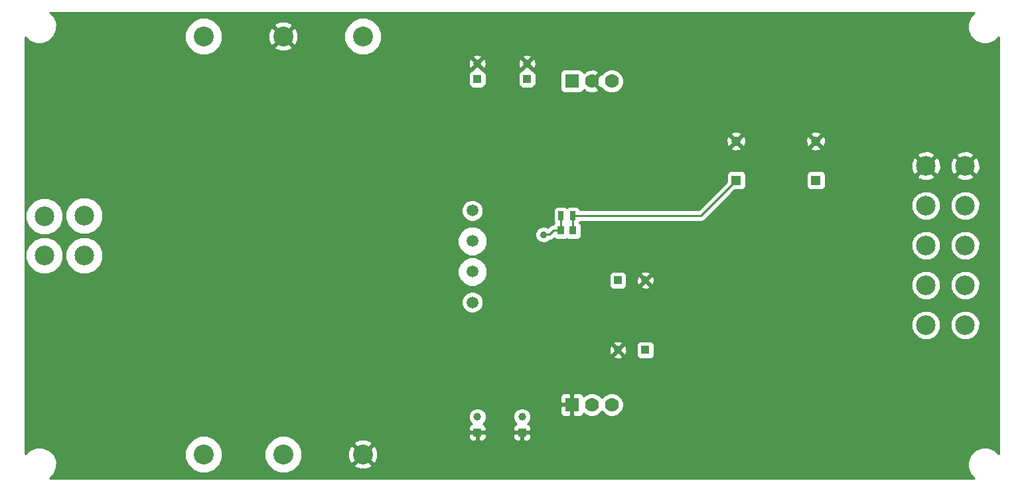
<source format=gbl>
G04 (created by PCBNEW (2013-07-07 BZR 4022)-stable) date 4/14/2014 10:19:51 AM*
%MOIN*%
G04 Gerber Fmt 3.4, Leading zero omitted, Abs format*
%FSLAX34Y34*%
G01*
G70*
G90*
G04 APERTURE LIST*
%ADD10C,0.00590551*%
%ADD11R,0.025X0.045*%
%ADD12C,0.0590551*%
%ADD13R,0.0354X0.0394*%
%ADD14R,0.0393701X0.0393701*%
%ADD15C,0.0393701*%
%ADD16R,0.0472441X0.0472441*%
%ADD17C,0.0472441*%
%ADD18C,0.0984252*%
%ADD19C,0.1*%
%ADD20C,0.07*%
%ADD21R,0.07X0.07*%
%ADD22C,0.035*%
%ADD23C,0.01*%
G04 APERTURE END LIST*
G54D10*
G54D11*
X89950Y-58250D03*
X90550Y-58250D03*
G54D12*
X85500Y-62606D03*
X85500Y-61070D03*
X85500Y-59535D03*
X85500Y-58000D03*
G54D13*
X89954Y-59000D03*
X90546Y-59000D03*
G54D14*
X92811Y-61500D03*
G54D15*
X94188Y-61500D03*
G54D14*
X94188Y-65000D03*
G54D15*
X92811Y-65000D03*
G54D14*
X88000Y-69143D03*
G54D15*
X88000Y-68356D03*
G54D14*
X85750Y-69143D03*
G54D15*
X85750Y-68356D03*
G54D14*
X88250Y-51393D03*
G54D15*
X88250Y-50606D03*
G54D14*
X85750Y-51393D03*
G54D15*
X85750Y-50606D03*
G54D16*
X98750Y-56484D03*
G54D17*
X98750Y-54515D03*
G54D16*
X102750Y-56484D03*
G54D17*
X102750Y-54515D03*
G54D18*
X110250Y-63750D03*
X110250Y-61750D03*
X110250Y-59750D03*
X110250Y-57750D03*
X110250Y-55750D03*
X108281Y-63750D03*
X108281Y-61750D03*
X108281Y-59750D03*
X108281Y-57750D03*
X108281Y-55750D03*
X64000Y-60250D03*
X64000Y-58281D03*
X66000Y-60250D03*
X66000Y-58250D03*
G54D19*
X76000Y-70250D03*
X72000Y-70250D03*
X80000Y-70250D03*
X72000Y-49250D03*
X76000Y-49250D03*
X80000Y-49250D03*
G54D20*
X91500Y-67750D03*
X92500Y-67750D03*
G54D21*
X90500Y-67750D03*
G54D20*
X91500Y-51500D03*
X92500Y-51500D03*
G54D21*
X90500Y-51500D03*
G54D22*
X87130Y-59950D03*
X89080Y-59210D03*
G54D23*
X87160Y-59920D02*
X87160Y-59750D01*
X87130Y-59950D02*
X87160Y-59920D01*
X89950Y-58250D02*
X89950Y-58996D01*
X89950Y-58996D02*
X89954Y-59000D01*
X89570Y-59000D02*
X89954Y-59000D01*
X89370Y-59200D02*
X89570Y-59000D01*
X89090Y-59200D02*
X89370Y-59200D01*
X89080Y-59210D02*
X89090Y-59200D01*
X90550Y-58250D02*
X96984Y-58250D01*
X96984Y-58250D02*
X98750Y-56484D01*
X90550Y-58250D02*
X90550Y-58996D01*
X90550Y-58996D02*
X90546Y-59000D01*
G54D10*
G36*
X111950Y-70212D02*
X111746Y-70008D01*
X111424Y-69875D01*
X111076Y-69874D01*
X110995Y-69908D01*
X110995Y-55877D01*
X110987Y-55582D01*
X110890Y-55346D01*
X110774Y-55295D01*
X110704Y-55366D01*
X110704Y-55225D01*
X110653Y-55109D01*
X110377Y-55004D01*
X110082Y-55012D01*
X109846Y-55109D01*
X109795Y-55225D01*
X110250Y-55679D01*
X110704Y-55225D01*
X110704Y-55366D01*
X110320Y-55750D01*
X110774Y-56204D01*
X110890Y-56153D01*
X110995Y-55877D01*
X110995Y-69908D01*
X110992Y-69909D01*
X110992Y-63603D01*
X110992Y-61603D01*
X110992Y-59603D01*
X110992Y-57603D01*
X110879Y-57330D01*
X110704Y-57154D01*
X110704Y-56274D01*
X110250Y-55820D01*
X110179Y-55891D01*
X110179Y-55750D01*
X109725Y-55295D01*
X109609Y-55346D01*
X109504Y-55622D01*
X109512Y-55917D01*
X109609Y-56153D01*
X109725Y-56204D01*
X110179Y-55750D01*
X110179Y-55891D01*
X109795Y-56274D01*
X109846Y-56390D01*
X110122Y-56495D01*
X110417Y-56487D01*
X110653Y-56390D01*
X110704Y-56274D01*
X110704Y-57154D01*
X110670Y-57121D01*
X110398Y-57008D01*
X110103Y-57007D01*
X109830Y-57120D01*
X109621Y-57329D01*
X109508Y-57601D01*
X109507Y-57896D01*
X109620Y-58169D01*
X109829Y-58378D01*
X110101Y-58491D01*
X110396Y-58492D01*
X110669Y-58379D01*
X110878Y-58170D01*
X110991Y-57898D01*
X110992Y-57603D01*
X110992Y-59603D01*
X110879Y-59330D01*
X110670Y-59121D01*
X110398Y-59008D01*
X110103Y-59007D01*
X109830Y-59120D01*
X109621Y-59329D01*
X109508Y-59601D01*
X109507Y-59896D01*
X109620Y-60169D01*
X109829Y-60378D01*
X110101Y-60491D01*
X110396Y-60492D01*
X110669Y-60379D01*
X110878Y-60170D01*
X110991Y-59898D01*
X110992Y-59603D01*
X110992Y-61603D01*
X110879Y-61330D01*
X110670Y-61121D01*
X110398Y-61008D01*
X110103Y-61007D01*
X109830Y-61120D01*
X109621Y-61329D01*
X109508Y-61601D01*
X109507Y-61896D01*
X109620Y-62169D01*
X109829Y-62378D01*
X110101Y-62491D01*
X110396Y-62492D01*
X110669Y-62379D01*
X110878Y-62170D01*
X110991Y-61898D01*
X110992Y-61603D01*
X110992Y-63603D01*
X110879Y-63330D01*
X110670Y-63121D01*
X110398Y-63008D01*
X110103Y-63007D01*
X109830Y-63120D01*
X109621Y-63329D01*
X109508Y-63601D01*
X109507Y-63896D01*
X109620Y-64169D01*
X109829Y-64378D01*
X110101Y-64491D01*
X110396Y-64492D01*
X110669Y-64379D01*
X110878Y-64170D01*
X110991Y-63898D01*
X110992Y-63603D01*
X110992Y-69909D01*
X110755Y-70007D01*
X110508Y-70253D01*
X110375Y-70575D01*
X110374Y-70923D01*
X110507Y-71245D01*
X110712Y-71450D01*
X109027Y-71450D01*
X109027Y-55877D01*
X109019Y-55582D01*
X108921Y-55346D01*
X108806Y-55295D01*
X108735Y-55366D01*
X108735Y-55225D01*
X108684Y-55109D01*
X108409Y-55004D01*
X108114Y-55012D01*
X107878Y-55109D01*
X107827Y-55225D01*
X108281Y-55679D01*
X108735Y-55225D01*
X108735Y-55366D01*
X108352Y-55750D01*
X108806Y-56204D01*
X108921Y-56153D01*
X109027Y-55877D01*
X109027Y-71450D01*
X109023Y-71450D01*
X109023Y-63603D01*
X109023Y-61603D01*
X109023Y-59603D01*
X109023Y-57603D01*
X108911Y-57330D01*
X108735Y-57154D01*
X108735Y-56274D01*
X108281Y-55820D01*
X108210Y-55891D01*
X108210Y-55750D01*
X107756Y-55295D01*
X107641Y-55346D01*
X107535Y-55622D01*
X107543Y-55917D01*
X107641Y-56153D01*
X107756Y-56204D01*
X108210Y-55750D01*
X108210Y-55891D01*
X107827Y-56274D01*
X107878Y-56390D01*
X108153Y-56495D01*
X108448Y-56487D01*
X108684Y-56390D01*
X108735Y-56274D01*
X108735Y-57154D01*
X108702Y-57121D01*
X108429Y-57008D01*
X108134Y-57007D01*
X107861Y-57120D01*
X107652Y-57329D01*
X107539Y-57601D01*
X107539Y-57896D01*
X107651Y-58169D01*
X107860Y-58378D01*
X108133Y-58491D01*
X108428Y-58492D01*
X108701Y-58379D01*
X108910Y-58170D01*
X109023Y-57898D01*
X109023Y-57603D01*
X109023Y-59603D01*
X108911Y-59330D01*
X108702Y-59121D01*
X108429Y-59008D01*
X108134Y-59007D01*
X107861Y-59120D01*
X107652Y-59329D01*
X107539Y-59601D01*
X107539Y-59896D01*
X107651Y-60169D01*
X107860Y-60378D01*
X108133Y-60491D01*
X108428Y-60492D01*
X108701Y-60379D01*
X108910Y-60170D01*
X109023Y-59898D01*
X109023Y-59603D01*
X109023Y-61603D01*
X108911Y-61330D01*
X108702Y-61121D01*
X108429Y-61008D01*
X108134Y-61007D01*
X107861Y-61120D01*
X107652Y-61329D01*
X107539Y-61601D01*
X107539Y-61896D01*
X107651Y-62169D01*
X107860Y-62378D01*
X108133Y-62491D01*
X108428Y-62492D01*
X108701Y-62379D01*
X108910Y-62170D01*
X109023Y-61898D01*
X109023Y-61603D01*
X109023Y-63603D01*
X108911Y-63330D01*
X108702Y-63121D01*
X108429Y-63008D01*
X108134Y-63007D01*
X107861Y-63120D01*
X107652Y-63329D01*
X107539Y-63601D01*
X107539Y-63896D01*
X107651Y-64169D01*
X107860Y-64378D01*
X108133Y-64491D01*
X108428Y-64492D01*
X108701Y-64379D01*
X108910Y-64170D01*
X109023Y-63898D01*
X109023Y-63603D01*
X109023Y-71450D01*
X103241Y-71450D01*
X103241Y-54582D01*
X103229Y-54389D01*
X103178Y-54266D01*
X103089Y-54246D01*
X103018Y-54317D01*
X103018Y-54176D01*
X102999Y-54087D01*
X102816Y-54024D01*
X102623Y-54036D01*
X102500Y-54087D01*
X102481Y-54176D01*
X102750Y-54445D01*
X103018Y-54176D01*
X103018Y-54317D01*
X102820Y-54515D01*
X103089Y-54784D01*
X103178Y-54765D01*
X103241Y-54582D01*
X103241Y-71450D01*
X103236Y-71450D01*
X103236Y-56670D01*
X103236Y-56198D01*
X103198Y-56106D01*
X103128Y-56036D01*
X103036Y-55998D01*
X103018Y-55998D01*
X103018Y-54855D01*
X102750Y-54586D01*
X102679Y-54657D01*
X102679Y-54515D01*
X102410Y-54246D01*
X102321Y-54266D01*
X102258Y-54449D01*
X102270Y-54642D01*
X102321Y-54765D01*
X102410Y-54784D01*
X102679Y-54515D01*
X102679Y-54657D01*
X102481Y-54855D01*
X102500Y-54944D01*
X102683Y-55007D01*
X102876Y-54995D01*
X102999Y-54944D01*
X103018Y-54855D01*
X103018Y-55998D01*
X102936Y-55997D01*
X102464Y-55997D01*
X102372Y-56035D01*
X102301Y-56106D01*
X102263Y-56198D01*
X102263Y-56297D01*
X102263Y-56769D01*
X102301Y-56861D01*
X102371Y-56932D01*
X102463Y-56970D01*
X102563Y-56970D01*
X103035Y-56970D01*
X103127Y-56932D01*
X103198Y-56862D01*
X103236Y-56770D01*
X103236Y-56670D01*
X103236Y-71450D01*
X99241Y-71450D01*
X99241Y-54582D01*
X99229Y-54389D01*
X99178Y-54266D01*
X99089Y-54246D01*
X99018Y-54317D01*
X99018Y-54176D01*
X98999Y-54087D01*
X98816Y-54024D01*
X98623Y-54036D01*
X98500Y-54087D01*
X98481Y-54176D01*
X98750Y-54445D01*
X99018Y-54176D01*
X99018Y-54317D01*
X98820Y-54515D01*
X99089Y-54784D01*
X99178Y-54765D01*
X99241Y-54582D01*
X99241Y-71450D01*
X99236Y-71450D01*
X99236Y-56670D01*
X99236Y-56198D01*
X99198Y-56106D01*
X99128Y-56036D01*
X99036Y-55998D01*
X99018Y-55998D01*
X99018Y-54855D01*
X98750Y-54586D01*
X98679Y-54657D01*
X98679Y-54515D01*
X98410Y-54246D01*
X98321Y-54266D01*
X98258Y-54449D01*
X98270Y-54642D01*
X98321Y-54765D01*
X98410Y-54784D01*
X98679Y-54515D01*
X98679Y-54657D01*
X98481Y-54855D01*
X98500Y-54944D01*
X98683Y-55007D01*
X98876Y-54995D01*
X98999Y-54944D01*
X99018Y-54855D01*
X99018Y-55998D01*
X98936Y-55997D01*
X98464Y-55997D01*
X98372Y-56035D01*
X98301Y-56106D01*
X98263Y-56198D01*
X98263Y-56297D01*
X98263Y-56546D01*
X96859Y-57950D01*
X93100Y-57950D01*
X93100Y-51381D01*
X93008Y-51160D01*
X92840Y-50991D01*
X92619Y-50900D01*
X92381Y-50899D01*
X92160Y-50991D01*
X91991Y-51159D01*
X91987Y-51170D01*
X91922Y-51148D01*
X91851Y-51219D01*
X91570Y-51500D01*
X91922Y-51851D01*
X91987Y-51829D01*
X91991Y-51839D01*
X92159Y-52008D01*
X92380Y-52099D01*
X92618Y-52100D01*
X92839Y-52008D01*
X93008Y-51840D01*
X93099Y-51619D01*
X93100Y-51381D01*
X93100Y-57950D01*
X91851Y-57950D01*
X91851Y-51922D01*
X91500Y-51570D01*
X91494Y-51576D01*
X91429Y-51511D01*
X91423Y-51505D01*
X91429Y-51500D01*
X91423Y-51494D01*
X91494Y-51423D01*
X91500Y-51429D01*
X91851Y-51077D01*
X91817Y-50977D01*
X91593Y-50895D01*
X91355Y-50905D01*
X91182Y-50977D01*
X91148Y-51077D01*
X91103Y-51032D01*
X91081Y-51054D01*
X91062Y-51008D01*
X90991Y-50938D01*
X90899Y-50900D01*
X90800Y-50899D01*
X90100Y-50899D01*
X90008Y-50937D01*
X89938Y-51008D01*
X89900Y-51100D01*
X89899Y-51199D01*
X89899Y-51899D01*
X89937Y-51991D01*
X90008Y-52061D01*
X90100Y-52099D01*
X90199Y-52100D01*
X90899Y-52100D01*
X90991Y-52062D01*
X91061Y-51991D01*
X91081Y-51945D01*
X91103Y-51967D01*
X91148Y-51922D01*
X91182Y-52022D01*
X91406Y-52104D01*
X91644Y-52094D01*
X91817Y-52022D01*
X91851Y-51922D01*
X91851Y-57950D01*
X90914Y-57950D01*
X90887Y-57883D01*
X90816Y-57813D01*
X90724Y-57775D01*
X90625Y-57774D01*
X90375Y-57774D01*
X90283Y-57812D01*
X90250Y-57846D01*
X90216Y-57813D01*
X90124Y-57775D01*
X90025Y-57774D01*
X89775Y-57774D01*
X89683Y-57812D01*
X89613Y-57883D01*
X89575Y-57975D01*
X89574Y-58074D01*
X89574Y-58524D01*
X89612Y-58614D01*
X89565Y-58661D01*
X89547Y-58704D01*
X89547Y-58704D01*
X89455Y-58722D01*
X89357Y-58787D01*
X89303Y-58842D01*
X89164Y-58785D01*
X88995Y-58784D01*
X88839Y-58849D01*
X88719Y-58968D01*
X88702Y-59012D01*
X88702Y-50663D01*
X88689Y-50486D01*
X88645Y-50380D01*
X88561Y-50365D01*
X88490Y-50436D01*
X88490Y-50295D01*
X88475Y-50210D01*
X88307Y-50154D01*
X88129Y-50166D01*
X88024Y-50210D01*
X88009Y-50295D01*
X88250Y-50535D01*
X88490Y-50295D01*
X88490Y-50436D01*
X88320Y-50606D01*
X88561Y-50846D01*
X88645Y-50832D01*
X88702Y-50663D01*
X88702Y-59012D01*
X88696Y-59024D01*
X88696Y-51541D01*
X88696Y-51147D01*
X88658Y-51055D01*
X88588Y-50985D01*
X88496Y-50946D01*
X88485Y-50946D01*
X88490Y-50917D01*
X88250Y-50677D01*
X88179Y-50747D01*
X88179Y-50606D01*
X87938Y-50365D01*
X87854Y-50380D01*
X87797Y-50549D01*
X87810Y-50726D01*
X87854Y-50832D01*
X87938Y-50846D01*
X88179Y-50606D01*
X88179Y-50747D01*
X88009Y-50917D01*
X88014Y-50946D01*
X88003Y-50946D01*
X87911Y-50984D01*
X87841Y-51055D01*
X87803Y-51146D01*
X87803Y-51246D01*
X87803Y-51640D01*
X87841Y-51731D01*
X87911Y-51802D01*
X88003Y-51840D01*
X88102Y-51840D01*
X88496Y-51840D01*
X88588Y-51802D01*
X88658Y-51732D01*
X88696Y-51640D01*
X88696Y-51541D01*
X88696Y-59024D01*
X88655Y-59125D01*
X88654Y-59294D01*
X88719Y-59450D01*
X88838Y-59570D01*
X88995Y-59634D01*
X89164Y-59635D01*
X89320Y-59570D01*
X89396Y-59494D01*
X89484Y-59477D01*
X89484Y-59477D01*
X89582Y-59412D01*
X89610Y-59383D01*
X89635Y-59408D01*
X89727Y-59446D01*
X89826Y-59447D01*
X90180Y-59447D01*
X90250Y-59418D01*
X90319Y-59446D01*
X90418Y-59447D01*
X90772Y-59447D01*
X90864Y-59409D01*
X90934Y-59338D01*
X90972Y-59246D01*
X90973Y-59147D01*
X90973Y-58753D01*
X90935Y-58661D01*
X90887Y-58614D01*
X90914Y-58550D01*
X96984Y-58550D01*
X96984Y-58549D01*
X97099Y-58527D01*
X97099Y-58527D01*
X97196Y-58462D01*
X98688Y-56970D01*
X99035Y-56970D01*
X99127Y-56932D01*
X99198Y-56862D01*
X99236Y-56770D01*
X99236Y-56670D01*
X99236Y-71450D01*
X94640Y-71450D01*
X94640Y-61557D01*
X94628Y-61379D01*
X94584Y-61274D01*
X94500Y-61259D01*
X94429Y-61330D01*
X94429Y-61188D01*
X94414Y-61104D01*
X94246Y-61047D01*
X94068Y-61060D01*
X93963Y-61104D01*
X93948Y-61188D01*
X94188Y-61429D01*
X94429Y-61188D01*
X94429Y-61330D01*
X94259Y-61500D01*
X94500Y-61740D01*
X94584Y-61725D01*
X94640Y-61557D01*
X94640Y-71450D01*
X94635Y-71450D01*
X94635Y-65147D01*
X94635Y-64753D01*
X94597Y-64661D01*
X94527Y-64591D01*
X94435Y-64553D01*
X94429Y-64553D01*
X94429Y-61811D01*
X94188Y-61570D01*
X94118Y-61641D01*
X94118Y-61500D01*
X93877Y-61259D01*
X93793Y-61274D01*
X93736Y-61442D01*
X93749Y-61620D01*
X93793Y-61725D01*
X93877Y-61740D01*
X94118Y-61500D01*
X94118Y-61641D01*
X93948Y-61811D01*
X93963Y-61895D01*
X94131Y-61952D01*
X94309Y-61939D01*
X94414Y-61895D01*
X94429Y-61811D01*
X94429Y-64553D01*
X94336Y-64553D01*
X93942Y-64553D01*
X93850Y-64591D01*
X93780Y-64661D01*
X93742Y-64753D01*
X93742Y-64852D01*
X93742Y-65246D01*
X93780Y-65338D01*
X93850Y-65408D01*
X93942Y-65446D01*
X94041Y-65446D01*
X94435Y-65446D01*
X94527Y-65408D01*
X94597Y-65338D01*
X94635Y-65246D01*
X94635Y-65147D01*
X94635Y-71450D01*
X93263Y-71450D01*
X93263Y-65057D01*
X93257Y-64984D01*
X93257Y-61647D01*
X93257Y-61253D01*
X93219Y-61161D01*
X93149Y-61091D01*
X93057Y-61053D01*
X92958Y-61053D01*
X92564Y-61053D01*
X92472Y-61091D01*
X92402Y-61161D01*
X92364Y-61253D01*
X92364Y-61352D01*
X92364Y-61746D01*
X92402Y-61838D01*
X92472Y-61908D01*
X92564Y-61946D01*
X92663Y-61946D01*
X93057Y-61946D01*
X93149Y-61908D01*
X93219Y-61838D01*
X93257Y-61746D01*
X93257Y-61647D01*
X93257Y-64984D01*
X93250Y-64879D01*
X93206Y-64774D01*
X93122Y-64759D01*
X93051Y-64830D01*
X93051Y-64688D01*
X93036Y-64604D01*
X92868Y-64547D01*
X92690Y-64560D01*
X92585Y-64604D01*
X92570Y-64688D01*
X92811Y-64929D01*
X93051Y-64688D01*
X93051Y-64830D01*
X92881Y-65000D01*
X93122Y-65240D01*
X93206Y-65225D01*
X93263Y-65057D01*
X93263Y-71450D01*
X93100Y-71450D01*
X93100Y-67631D01*
X93051Y-67513D01*
X93051Y-65311D01*
X92811Y-65070D01*
X92740Y-65141D01*
X92740Y-65000D01*
X92499Y-64759D01*
X92415Y-64774D01*
X92359Y-64942D01*
X92371Y-65120D01*
X92415Y-65225D01*
X92499Y-65240D01*
X92740Y-65000D01*
X92740Y-65141D01*
X92570Y-65311D01*
X92585Y-65395D01*
X92753Y-65452D01*
X92931Y-65439D01*
X93036Y-65395D01*
X93051Y-65311D01*
X93051Y-67513D01*
X93008Y-67410D01*
X92840Y-67241D01*
X92619Y-67150D01*
X92381Y-67149D01*
X92160Y-67241D01*
X91999Y-67401D01*
X91840Y-67241D01*
X91619Y-67150D01*
X91381Y-67149D01*
X91160Y-67241D01*
X91085Y-67315D01*
X91062Y-67258D01*
X90991Y-67188D01*
X90899Y-67150D01*
X90800Y-67149D01*
X90612Y-67150D01*
X90550Y-67212D01*
X90550Y-67700D01*
X90557Y-67700D01*
X90557Y-67800D01*
X90550Y-67800D01*
X90550Y-68287D01*
X90612Y-68350D01*
X90800Y-68350D01*
X90899Y-68349D01*
X90991Y-68311D01*
X91062Y-68241D01*
X91085Y-68184D01*
X91159Y-68258D01*
X91380Y-68349D01*
X91618Y-68350D01*
X91839Y-68258D01*
X92000Y-68098D01*
X92159Y-68258D01*
X92380Y-68349D01*
X92618Y-68350D01*
X92839Y-68258D01*
X93008Y-68090D01*
X93099Y-67869D01*
X93100Y-67631D01*
X93100Y-71450D01*
X90450Y-71450D01*
X90450Y-68287D01*
X90450Y-67800D01*
X90450Y-67700D01*
X90450Y-67212D01*
X90387Y-67150D01*
X90199Y-67149D01*
X90100Y-67150D01*
X90008Y-67188D01*
X89937Y-67258D01*
X89899Y-67350D01*
X89900Y-67637D01*
X89962Y-67700D01*
X90450Y-67700D01*
X90450Y-67800D01*
X89962Y-67800D01*
X89900Y-67862D01*
X89899Y-68149D01*
X89937Y-68241D01*
X90008Y-68311D01*
X90100Y-68349D01*
X90199Y-68350D01*
X90387Y-68350D01*
X90450Y-68287D01*
X90450Y-71450D01*
X88446Y-71450D01*
X88446Y-68267D01*
X88379Y-68103D01*
X88253Y-67977D01*
X88089Y-67909D01*
X87911Y-67909D01*
X87747Y-67977D01*
X87621Y-68102D01*
X87553Y-68267D01*
X87553Y-68444D01*
X87620Y-68609D01*
X87721Y-68709D01*
X87661Y-68735D01*
X87591Y-68805D01*
X87553Y-68897D01*
X87553Y-69031D01*
X87615Y-69093D01*
X87950Y-69093D01*
X87950Y-69085D01*
X88050Y-69085D01*
X88050Y-69093D01*
X88384Y-69093D01*
X88446Y-69031D01*
X88446Y-68897D01*
X88408Y-68805D01*
X88338Y-68735D01*
X88278Y-68709D01*
X88378Y-68609D01*
X88446Y-68445D01*
X88446Y-68267D01*
X88446Y-71450D01*
X88446Y-71450D01*
X88446Y-69390D01*
X88446Y-69256D01*
X88384Y-69193D01*
X88050Y-69193D01*
X88050Y-69528D01*
X88112Y-69590D01*
X88147Y-69590D01*
X88246Y-69590D01*
X88338Y-69552D01*
X88408Y-69481D01*
X88446Y-69390D01*
X88446Y-71450D01*
X87950Y-71450D01*
X87950Y-69528D01*
X87950Y-69193D01*
X87615Y-69193D01*
X87553Y-69256D01*
X87553Y-69390D01*
X87591Y-69481D01*
X87661Y-69552D01*
X87753Y-69590D01*
X87852Y-69590D01*
X87887Y-69590D01*
X87950Y-69528D01*
X87950Y-71450D01*
X86245Y-71450D01*
X86245Y-60923D01*
X86245Y-59387D01*
X86202Y-59282D01*
X86202Y-50663D01*
X86189Y-50486D01*
X86145Y-50380D01*
X86061Y-50365D01*
X85990Y-50436D01*
X85990Y-50295D01*
X85975Y-50210D01*
X85807Y-50154D01*
X85629Y-50166D01*
X85524Y-50210D01*
X85509Y-50295D01*
X85750Y-50535D01*
X85990Y-50295D01*
X85990Y-50436D01*
X85820Y-50606D01*
X86061Y-50846D01*
X86145Y-50832D01*
X86202Y-50663D01*
X86202Y-59282D01*
X86196Y-59270D01*
X86196Y-51541D01*
X86196Y-51147D01*
X86158Y-51055D01*
X86088Y-50985D01*
X85996Y-50946D01*
X85985Y-50946D01*
X85990Y-50917D01*
X85750Y-50677D01*
X85679Y-50747D01*
X85679Y-50606D01*
X85438Y-50365D01*
X85354Y-50380D01*
X85297Y-50549D01*
X85310Y-50726D01*
X85354Y-50832D01*
X85438Y-50846D01*
X85679Y-50606D01*
X85679Y-50747D01*
X85509Y-50917D01*
X85514Y-50946D01*
X85503Y-50946D01*
X85411Y-50984D01*
X85341Y-51055D01*
X85303Y-51146D01*
X85303Y-51246D01*
X85303Y-51640D01*
X85341Y-51731D01*
X85411Y-51802D01*
X85503Y-51840D01*
X85602Y-51840D01*
X85996Y-51840D01*
X86088Y-51802D01*
X86158Y-51732D01*
X86196Y-51640D01*
X86196Y-51541D01*
X86196Y-59270D01*
X86132Y-59113D01*
X86045Y-59026D01*
X86045Y-57892D01*
X85962Y-57691D01*
X85809Y-57538D01*
X85608Y-57454D01*
X85392Y-57454D01*
X85191Y-57537D01*
X85038Y-57690D01*
X84954Y-57891D01*
X84954Y-58107D01*
X85037Y-58308D01*
X85190Y-58461D01*
X85391Y-58545D01*
X85607Y-58545D01*
X85808Y-58462D01*
X85961Y-58309D01*
X86045Y-58108D01*
X86045Y-57892D01*
X86045Y-59026D01*
X85922Y-58903D01*
X85648Y-58790D01*
X85352Y-58790D01*
X85078Y-58903D01*
X84868Y-59112D01*
X84754Y-59386D01*
X84754Y-59683D01*
X84867Y-59957D01*
X85077Y-60166D01*
X85351Y-60280D01*
X85647Y-60280D01*
X85921Y-60167D01*
X86131Y-59958D01*
X86245Y-59684D01*
X86245Y-59387D01*
X86245Y-60923D01*
X86132Y-60649D01*
X85922Y-60439D01*
X85648Y-60325D01*
X85352Y-60325D01*
X85078Y-60438D01*
X84868Y-60648D01*
X84754Y-60921D01*
X84754Y-61218D01*
X84867Y-61492D01*
X85077Y-61702D01*
X85351Y-61816D01*
X85647Y-61816D01*
X85921Y-61703D01*
X86131Y-61493D01*
X86245Y-61219D01*
X86245Y-60923D01*
X86245Y-71450D01*
X86196Y-71450D01*
X86196Y-68267D01*
X86129Y-68103D01*
X86045Y-68019D01*
X86045Y-62498D01*
X85962Y-62297D01*
X85809Y-62144D01*
X85608Y-62061D01*
X85392Y-62060D01*
X85191Y-62143D01*
X85038Y-62297D01*
X84954Y-62497D01*
X84954Y-62714D01*
X85037Y-62914D01*
X85190Y-63068D01*
X85391Y-63151D01*
X85607Y-63151D01*
X85808Y-63068D01*
X85961Y-62915D01*
X86045Y-62715D01*
X86045Y-62498D01*
X86045Y-68019D01*
X86003Y-67977D01*
X85839Y-67909D01*
X85661Y-67909D01*
X85497Y-67977D01*
X85371Y-68102D01*
X85303Y-68267D01*
X85303Y-68444D01*
X85370Y-68609D01*
X85471Y-68709D01*
X85411Y-68735D01*
X85341Y-68805D01*
X85303Y-68897D01*
X85303Y-69031D01*
X85365Y-69093D01*
X85700Y-69093D01*
X85700Y-69085D01*
X85800Y-69085D01*
X85800Y-69093D01*
X86134Y-69093D01*
X86196Y-69031D01*
X86196Y-68897D01*
X86158Y-68805D01*
X86088Y-68735D01*
X86028Y-68709D01*
X86128Y-68609D01*
X86196Y-68445D01*
X86196Y-68267D01*
X86196Y-71450D01*
X86196Y-71450D01*
X86196Y-69390D01*
X86196Y-69256D01*
X86134Y-69193D01*
X85800Y-69193D01*
X85800Y-69528D01*
X85862Y-69590D01*
X85897Y-69590D01*
X85996Y-69590D01*
X86088Y-69552D01*
X86158Y-69481D01*
X86196Y-69390D01*
X86196Y-71450D01*
X85700Y-71450D01*
X85700Y-69528D01*
X85700Y-69193D01*
X85365Y-69193D01*
X85303Y-69256D01*
X85303Y-69390D01*
X85341Y-69481D01*
X85411Y-69552D01*
X85503Y-69590D01*
X85602Y-69590D01*
X85637Y-69590D01*
X85700Y-69528D01*
X85700Y-71450D01*
X80950Y-71450D01*
X80950Y-49061D01*
X80805Y-48712D01*
X80538Y-48445D01*
X80189Y-48300D01*
X79811Y-48299D01*
X79462Y-48444D01*
X79195Y-48711D01*
X79050Y-49060D01*
X79049Y-49438D01*
X79194Y-49787D01*
X79461Y-50054D01*
X79810Y-50199D01*
X80188Y-50200D01*
X80537Y-50055D01*
X80804Y-49788D01*
X80949Y-49439D01*
X80950Y-49061D01*
X80950Y-71450D01*
X80753Y-71450D01*
X80753Y-70379D01*
X80745Y-70081D01*
X80646Y-69841D01*
X80530Y-69790D01*
X80459Y-69860D01*
X80459Y-69719D01*
X80408Y-69603D01*
X80129Y-69496D01*
X79831Y-69504D01*
X79591Y-69603D01*
X79540Y-69719D01*
X80000Y-70179D01*
X80459Y-69719D01*
X80459Y-69860D01*
X80070Y-70250D01*
X80530Y-70709D01*
X80646Y-70658D01*
X80753Y-70379D01*
X80753Y-71450D01*
X80459Y-71450D01*
X80459Y-70780D01*
X80000Y-70320D01*
X79929Y-70391D01*
X79929Y-70250D01*
X79469Y-69790D01*
X79353Y-69841D01*
X79246Y-70120D01*
X79254Y-70418D01*
X79353Y-70658D01*
X79469Y-70709D01*
X79929Y-70250D01*
X79929Y-70391D01*
X79540Y-70780D01*
X79591Y-70896D01*
X79870Y-71003D01*
X80168Y-70995D01*
X80408Y-70896D01*
X80459Y-70780D01*
X80459Y-71450D01*
X76950Y-71450D01*
X76950Y-70061D01*
X76805Y-69712D01*
X76753Y-69660D01*
X76753Y-49379D01*
X76745Y-49081D01*
X76646Y-48841D01*
X76530Y-48790D01*
X76459Y-48860D01*
X76459Y-48719D01*
X76408Y-48603D01*
X76129Y-48496D01*
X75831Y-48504D01*
X75591Y-48603D01*
X75540Y-48719D01*
X76000Y-49179D01*
X76459Y-48719D01*
X76459Y-48860D01*
X76070Y-49250D01*
X76530Y-49709D01*
X76646Y-49658D01*
X76753Y-49379D01*
X76753Y-69660D01*
X76538Y-69445D01*
X76459Y-69412D01*
X76459Y-49780D01*
X76000Y-49320D01*
X75929Y-49391D01*
X75929Y-49250D01*
X75469Y-48790D01*
X75353Y-48841D01*
X75246Y-49120D01*
X75254Y-49418D01*
X75353Y-49658D01*
X75469Y-49709D01*
X75929Y-49250D01*
X75929Y-49391D01*
X75540Y-49780D01*
X75591Y-49896D01*
X75870Y-50003D01*
X76168Y-49995D01*
X76408Y-49896D01*
X76459Y-49780D01*
X76459Y-69412D01*
X76189Y-69300D01*
X75811Y-69299D01*
X75462Y-69444D01*
X75195Y-69711D01*
X75050Y-70060D01*
X75049Y-70438D01*
X75194Y-70787D01*
X75461Y-71054D01*
X75810Y-71199D01*
X76188Y-71200D01*
X76537Y-71055D01*
X76804Y-70788D01*
X76949Y-70439D01*
X76950Y-70061D01*
X76950Y-71450D01*
X72950Y-71450D01*
X72950Y-70061D01*
X72950Y-49061D01*
X72805Y-48712D01*
X72538Y-48445D01*
X72189Y-48300D01*
X71811Y-48299D01*
X71462Y-48444D01*
X71195Y-48711D01*
X71050Y-49060D01*
X71049Y-49438D01*
X71194Y-49787D01*
X71461Y-50054D01*
X71810Y-50199D01*
X72188Y-50200D01*
X72537Y-50055D01*
X72804Y-49788D01*
X72949Y-49439D01*
X72950Y-49061D01*
X72950Y-70061D01*
X72805Y-69712D01*
X72538Y-69445D01*
X72189Y-69300D01*
X71811Y-69299D01*
X71462Y-69444D01*
X71195Y-69711D01*
X71050Y-70060D01*
X71049Y-70438D01*
X71194Y-70787D01*
X71461Y-71054D01*
X71810Y-71199D01*
X72188Y-71200D01*
X72537Y-71055D01*
X72804Y-70788D01*
X72949Y-70439D01*
X72950Y-70061D01*
X72950Y-71450D01*
X66942Y-71450D01*
X66942Y-60063D01*
X66942Y-58063D01*
X66799Y-57717D01*
X66534Y-57451D01*
X66188Y-57308D01*
X65813Y-57307D01*
X65467Y-57450D01*
X65201Y-57715D01*
X65058Y-58061D01*
X65057Y-58436D01*
X65200Y-58782D01*
X65465Y-59048D01*
X65811Y-59191D01*
X66186Y-59192D01*
X66532Y-59049D01*
X66798Y-58784D01*
X66941Y-58438D01*
X66942Y-58063D01*
X66942Y-60063D01*
X66799Y-59717D01*
X66534Y-59451D01*
X66188Y-59308D01*
X65813Y-59307D01*
X65467Y-59450D01*
X65201Y-59715D01*
X65058Y-60061D01*
X65057Y-60436D01*
X65200Y-60782D01*
X65465Y-61048D01*
X65811Y-61191D01*
X66186Y-61192D01*
X66532Y-61049D01*
X66798Y-60784D01*
X66941Y-60438D01*
X66942Y-60063D01*
X66942Y-71450D01*
X64942Y-71450D01*
X64942Y-60063D01*
X64942Y-58094D01*
X64799Y-57748D01*
X64534Y-57483D01*
X64188Y-57339D01*
X63813Y-57339D01*
X63467Y-57482D01*
X63201Y-57747D01*
X63058Y-58093D01*
X63057Y-58468D01*
X63200Y-58814D01*
X63465Y-59079D01*
X63811Y-59223D01*
X64186Y-59223D01*
X64532Y-59080D01*
X64798Y-58815D01*
X64941Y-58469D01*
X64942Y-58094D01*
X64942Y-60063D01*
X64799Y-59717D01*
X64534Y-59451D01*
X64188Y-59308D01*
X63813Y-59307D01*
X63467Y-59450D01*
X63201Y-59715D01*
X63058Y-60061D01*
X63057Y-60436D01*
X63200Y-60782D01*
X63465Y-61048D01*
X63811Y-61191D01*
X64186Y-61192D01*
X64532Y-61049D01*
X64798Y-60784D01*
X64941Y-60438D01*
X64942Y-60063D01*
X64942Y-71450D01*
X64287Y-71450D01*
X64491Y-71246D01*
X64624Y-70924D01*
X64625Y-70576D01*
X64492Y-70255D01*
X64246Y-70008D01*
X63924Y-69875D01*
X63576Y-69874D01*
X63255Y-70007D01*
X63050Y-70212D01*
X63050Y-49287D01*
X63253Y-49491D01*
X63575Y-49624D01*
X63923Y-49625D01*
X64245Y-49492D01*
X64491Y-49246D01*
X64624Y-48924D01*
X64625Y-48576D01*
X64492Y-48255D01*
X64287Y-48050D01*
X110712Y-48050D01*
X110508Y-48253D01*
X110375Y-48575D01*
X110374Y-48923D01*
X110507Y-49245D01*
X110753Y-49491D01*
X111075Y-49624D01*
X111423Y-49625D01*
X111745Y-49492D01*
X111950Y-49287D01*
X111950Y-70212D01*
X111950Y-70212D01*
G37*
G54D23*
X111950Y-70212D02*
X111746Y-70008D01*
X111424Y-69875D01*
X111076Y-69874D01*
X110995Y-69908D01*
X110995Y-55877D01*
X110987Y-55582D01*
X110890Y-55346D01*
X110774Y-55295D01*
X110704Y-55366D01*
X110704Y-55225D01*
X110653Y-55109D01*
X110377Y-55004D01*
X110082Y-55012D01*
X109846Y-55109D01*
X109795Y-55225D01*
X110250Y-55679D01*
X110704Y-55225D01*
X110704Y-55366D01*
X110320Y-55750D01*
X110774Y-56204D01*
X110890Y-56153D01*
X110995Y-55877D01*
X110995Y-69908D01*
X110992Y-69909D01*
X110992Y-63603D01*
X110992Y-61603D01*
X110992Y-59603D01*
X110992Y-57603D01*
X110879Y-57330D01*
X110704Y-57154D01*
X110704Y-56274D01*
X110250Y-55820D01*
X110179Y-55891D01*
X110179Y-55750D01*
X109725Y-55295D01*
X109609Y-55346D01*
X109504Y-55622D01*
X109512Y-55917D01*
X109609Y-56153D01*
X109725Y-56204D01*
X110179Y-55750D01*
X110179Y-55891D01*
X109795Y-56274D01*
X109846Y-56390D01*
X110122Y-56495D01*
X110417Y-56487D01*
X110653Y-56390D01*
X110704Y-56274D01*
X110704Y-57154D01*
X110670Y-57121D01*
X110398Y-57008D01*
X110103Y-57007D01*
X109830Y-57120D01*
X109621Y-57329D01*
X109508Y-57601D01*
X109507Y-57896D01*
X109620Y-58169D01*
X109829Y-58378D01*
X110101Y-58491D01*
X110396Y-58492D01*
X110669Y-58379D01*
X110878Y-58170D01*
X110991Y-57898D01*
X110992Y-57603D01*
X110992Y-59603D01*
X110879Y-59330D01*
X110670Y-59121D01*
X110398Y-59008D01*
X110103Y-59007D01*
X109830Y-59120D01*
X109621Y-59329D01*
X109508Y-59601D01*
X109507Y-59896D01*
X109620Y-60169D01*
X109829Y-60378D01*
X110101Y-60491D01*
X110396Y-60492D01*
X110669Y-60379D01*
X110878Y-60170D01*
X110991Y-59898D01*
X110992Y-59603D01*
X110992Y-61603D01*
X110879Y-61330D01*
X110670Y-61121D01*
X110398Y-61008D01*
X110103Y-61007D01*
X109830Y-61120D01*
X109621Y-61329D01*
X109508Y-61601D01*
X109507Y-61896D01*
X109620Y-62169D01*
X109829Y-62378D01*
X110101Y-62491D01*
X110396Y-62492D01*
X110669Y-62379D01*
X110878Y-62170D01*
X110991Y-61898D01*
X110992Y-61603D01*
X110992Y-63603D01*
X110879Y-63330D01*
X110670Y-63121D01*
X110398Y-63008D01*
X110103Y-63007D01*
X109830Y-63120D01*
X109621Y-63329D01*
X109508Y-63601D01*
X109507Y-63896D01*
X109620Y-64169D01*
X109829Y-64378D01*
X110101Y-64491D01*
X110396Y-64492D01*
X110669Y-64379D01*
X110878Y-64170D01*
X110991Y-63898D01*
X110992Y-63603D01*
X110992Y-69909D01*
X110755Y-70007D01*
X110508Y-70253D01*
X110375Y-70575D01*
X110374Y-70923D01*
X110507Y-71245D01*
X110712Y-71450D01*
X109027Y-71450D01*
X109027Y-55877D01*
X109019Y-55582D01*
X108921Y-55346D01*
X108806Y-55295D01*
X108735Y-55366D01*
X108735Y-55225D01*
X108684Y-55109D01*
X108409Y-55004D01*
X108114Y-55012D01*
X107878Y-55109D01*
X107827Y-55225D01*
X108281Y-55679D01*
X108735Y-55225D01*
X108735Y-55366D01*
X108352Y-55750D01*
X108806Y-56204D01*
X108921Y-56153D01*
X109027Y-55877D01*
X109027Y-71450D01*
X109023Y-71450D01*
X109023Y-63603D01*
X109023Y-61603D01*
X109023Y-59603D01*
X109023Y-57603D01*
X108911Y-57330D01*
X108735Y-57154D01*
X108735Y-56274D01*
X108281Y-55820D01*
X108210Y-55891D01*
X108210Y-55750D01*
X107756Y-55295D01*
X107641Y-55346D01*
X107535Y-55622D01*
X107543Y-55917D01*
X107641Y-56153D01*
X107756Y-56204D01*
X108210Y-55750D01*
X108210Y-55891D01*
X107827Y-56274D01*
X107878Y-56390D01*
X108153Y-56495D01*
X108448Y-56487D01*
X108684Y-56390D01*
X108735Y-56274D01*
X108735Y-57154D01*
X108702Y-57121D01*
X108429Y-57008D01*
X108134Y-57007D01*
X107861Y-57120D01*
X107652Y-57329D01*
X107539Y-57601D01*
X107539Y-57896D01*
X107651Y-58169D01*
X107860Y-58378D01*
X108133Y-58491D01*
X108428Y-58492D01*
X108701Y-58379D01*
X108910Y-58170D01*
X109023Y-57898D01*
X109023Y-57603D01*
X109023Y-59603D01*
X108911Y-59330D01*
X108702Y-59121D01*
X108429Y-59008D01*
X108134Y-59007D01*
X107861Y-59120D01*
X107652Y-59329D01*
X107539Y-59601D01*
X107539Y-59896D01*
X107651Y-60169D01*
X107860Y-60378D01*
X108133Y-60491D01*
X108428Y-60492D01*
X108701Y-60379D01*
X108910Y-60170D01*
X109023Y-59898D01*
X109023Y-59603D01*
X109023Y-61603D01*
X108911Y-61330D01*
X108702Y-61121D01*
X108429Y-61008D01*
X108134Y-61007D01*
X107861Y-61120D01*
X107652Y-61329D01*
X107539Y-61601D01*
X107539Y-61896D01*
X107651Y-62169D01*
X107860Y-62378D01*
X108133Y-62491D01*
X108428Y-62492D01*
X108701Y-62379D01*
X108910Y-62170D01*
X109023Y-61898D01*
X109023Y-61603D01*
X109023Y-63603D01*
X108911Y-63330D01*
X108702Y-63121D01*
X108429Y-63008D01*
X108134Y-63007D01*
X107861Y-63120D01*
X107652Y-63329D01*
X107539Y-63601D01*
X107539Y-63896D01*
X107651Y-64169D01*
X107860Y-64378D01*
X108133Y-64491D01*
X108428Y-64492D01*
X108701Y-64379D01*
X108910Y-64170D01*
X109023Y-63898D01*
X109023Y-63603D01*
X109023Y-71450D01*
X103241Y-71450D01*
X103241Y-54582D01*
X103229Y-54389D01*
X103178Y-54266D01*
X103089Y-54246D01*
X103018Y-54317D01*
X103018Y-54176D01*
X102999Y-54087D01*
X102816Y-54024D01*
X102623Y-54036D01*
X102500Y-54087D01*
X102481Y-54176D01*
X102750Y-54445D01*
X103018Y-54176D01*
X103018Y-54317D01*
X102820Y-54515D01*
X103089Y-54784D01*
X103178Y-54765D01*
X103241Y-54582D01*
X103241Y-71450D01*
X103236Y-71450D01*
X103236Y-56670D01*
X103236Y-56198D01*
X103198Y-56106D01*
X103128Y-56036D01*
X103036Y-55998D01*
X103018Y-55998D01*
X103018Y-54855D01*
X102750Y-54586D01*
X102679Y-54657D01*
X102679Y-54515D01*
X102410Y-54246D01*
X102321Y-54266D01*
X102258Y-54449D01*
X102270Y-54642D01*
X102321Y-54765D01*
X102410Y-54784D01*
X102679Y-54515D01*
X102679Y-54657D01*
X102481Y-54855D01*
X102500Y-54944D01*
X102683Y-55007D01*
X102876Y-54995D01*
X102999Y-54944D01*
X103018Y-54855D01*
X103018Y-55998D01*
X102936Y-55997D01*
X102464Y-55997D01*
X102372Y-56035D01*
X102301Y-56106D01*
X102263Y-56198D01*
X102263Y-56297D01*
X102263Y-56769D01*
X102301Y-56861D01*
X102371Y-56932D01*
X102463Y-56970D01*
X102563Y-56970D01*
X103035Y-56970D01*
X103127Y-56932D01*
X103198Y-56862D01*
X103236Y-56770D01*
X103236Y-56670D01*
X103236Y-71450D01*
X99241Y-71450D01*
X99241Y-54582D01*
X99229Y-54389D01*
X99178Y-54266D01*
X99089Y-54246D01*
X99018Y-54317D01*
X99018Y-54176D01*
X98999Y-54087D01*
X98816Y-54024D01*
X98623Y-54036D01*
X98500Y-54087D01*
X98481Y-54176D01*
X98750Y-54445D01*
X99018Y-54176D01*
X99018Y-54317D01*
X98820Y-54515D01*
X99089Y-54784D01*
X99178Y-54765D01*
X99241Y-54582D01*
X99241Y-71450D01*
X99236Y-71450D01*
X99236Y-56670D01*
X99236Y-56198D01*
X99198Y-56106D01*
X99128Y-56036D01*
X99036Y-55998D01*
X99018Y-55998D01*
X99018Y-54855D01*
X98750Y-54586D01*
X98679Y-54657D01*
X98679Y-54515D01*
X98410Y-54246D01*
X98321Y-54266D01*
X98258Y-54449D01*
X98270Y-54642D01*
X98321Y-54765D01*
X98410Y-54784D01*
X98679Y-54515D01*
X98679Y-54657D01*
X98481Y-54855D01*
X98500Y-54944D01*
X98683Y-55007D01*
X98876Y-54995D01*
X98999Y-54944D01*
X99018Y-54855D01*
X99018Y-55998D01*
X98936Y-55997D01*
X98464Y-55997D01*
X98372Y-56035D01*
X98301Y-56106D01*
X98263Y-56198D01*
X98263Y-56297D01*
X98263Y-56546D01*
X96859Y-57950D01*
X93100Y-57950D01*
X93100Y-51381D01*
X93008Y-51160D01*
X92840Y-50991D01*
X92619Y-50900D01*
X92381Y-50899D01*
X92160Y-50991D01*
X91991Y-51159D01*
X91987Y-51170D01*
X91922Y-51148D01*
X91851Y-51219D01*
X91570Y-51500D01*
X91922Y-51851D01*
X91987Y-51829D01*
X91991Y-51839D01*
X92159Y-52008D01*
X92380Y-52099D01*
X92618Y-52100D01*
X92839Y-52008D01*
X93008Y-51840D01*
X93099Y-51619D01*
X93100Y-51381D01*
X93100Y-57950D01*
X91851Y-57950D01*
X91851Y-51922D01*
X91500Y-51570D01*
X91494Y-51576D01*
X91429Y-51511D01*
X91423Y-51505D01*
X91429Y-51500D01*
X91423Y-51494D01*
X91494Y-51423D01*
X91500Y-51429D01*
X91851Y-51077D01*
X91817Y-50977D01*
X91593Y-50895D01*
X91355Y-50905D01*
X91182Y-50977D01*
X91148Y-51077D01*
X91103Y-51032D01*
X91081Y-51054D01*
X91062Y-51008D01*
X90991Y-50938D01*
X90899Y-50900D01*
X90800Y-50899D01*
X90100Y-50899D01*
X90008Y-50937D01*
X89938Y-51008D01*
X89900Y-51100D01*
X89899Y-51199D01*
X89899Y-51899D01*
X89937Y-51991D01*
X90008Y-52061D01*
X90100Y-52099D01*
X90199Y-52100D01*
X90899Y-52100D01*
X90991Y-52062D01*
X91061Y-51991D01*
X91081Y-51945D01*
X91103Y-51967D01*
X91148Y-51922D01*
X91182Y-52022D01*
X91406Y-52104D01*
X91644Y-52094D01*
X91817Y-52022D01*
X91851Y-51922D01*
X91851Y-57950D01*
X90914Y-57950D01*
X90887Y-57883D01*
X90816Y-57813D01*
X90724Y-57775D01*
X90625Y-57774D01*
X90375Y-57774D01*
X90283Y-57812D01*
X90250Y-57846D01*
X90216Y-57813D01*
X90124Y-57775D01*
X90025Y-57774D01*
X89775Y-57774D01*
X89683Y-57812D01*
X89613Y-57883D01*
X89575Y-57975D01*
X89574Y-58074D01*
X89574Y-58524D01*
X89612Y-58614D01*
X89565Y-58661D01*
X89547Y-58704D01*
X89547Y-58704D01*
X89455Y-58722D01*
X89357Y-58787D01*
X89303Y-58842D01*
X89164Y-58785D01*
X88995Y-58784D01*
X88839Y-58849D01*
X88719Y-58968D01*
X88702Y-59012D01*
X88702Y-50663D01*
X88689Y-50486D01*
X88645Y-50380D01*
X88561Y-50365D01*
X88490Y-50436D01*
X88490Y-50295D01*
X88475Y-50210D01*
X88307Y-50154D01*
X88129Y-50166D01*
X88024Y-50210D01*
X88009Y-50295D01*
X88250Y-50535D01*
X88490Y-50295D01*
X88490Y-50436D01*
X88320Y-50606D01*
X88561Y-50846D01*
X88645Y-50832D01*
X88702Y-50663D01*
X88702Y-59012D01*
X88696Y-59024D01*
X88696Y-51541D01*
X88696Y-51147D01*
X88658Y-51055D01*
X88588Y-50985D01*
X88496Y-50946D01*
X88485Y-50946D01*
X88490Y-50917D01*
X88250Y-50677D01*
X88179Y-50747D01*
X88179Y-50606D01*
X87938Y-50365D01*
X87854Y-50380D01*
X87797Y-50549D01*
X87810Y-50726D01*
X87854Y-50832D01*
X87938Y-50846D01*
X88179Y-50606D01*
X88179Y-50747D01*
X88009Y-50917D01*
X88014Y-50946D01*
X88003Y-50946D01*
X87911Y-50984D01*
X87841Y-51055D01*
X87803Y-51146D01*
X87803Y-51246D01*
X87803Y-51640D01*
X87841Y-51731D01*
X87911Y-51802D01*
X88003Y-51840D01*
X88102Y-51840D01*
X88496Y-51840D01*
X88588Y-51802D01*
X88658Y-51732D01*
X88696Y-51640D01*
X88696Y-51541D01*
X88696Y-59024D01*
X88655Y-59125D01*
X88654Y-59294D01*
X88719Y-59450D01*
X88838Y-59570D01*
X88995Y-59634D01*
X89164Y-59635D01*
X89320Y-59570D01*
X89396Y-59494D01*
X89484Y-59477D01*
X89484Y-59477D01*
X89582Y-59412D01*
X89610Y-59383D01*
X89635Y-59408D01*
X89727Y-59446D01*
X89826Y-59447D01*
X90180Y-59447D01*
X90250Y-59418D01*
X90319Y-59446D01*
X90418Y-59447D01*
X90772Y-59447D01*
X90864Y-59409D01*
X90934Y-59338D01*
X90972Y-59246D01*
X90973Y-59147D01*
X90973Y-58753D01*
X90935Y-58661D01*
X90887Y-58614D01*
X90914Y-58550D01*
X96984Y-58550D01*
X96984Y-58549D01*
X97099Y-58527D01*
X97099Y-58527D01*
X97196Y-58462D01*
X98688Y-56970D01*
X99035Y-56970D01*
X99127Y-56932D01*
X99198Y-56862D01*
X99236Y-56770D01*
X99236Y-56670D01*
X99236Y-71450D01*
X94640Y-71450D01*
X94640Y-61557D01*
X94628Y-61379D01*
X94584Y-61274D01*
X94500Y-61259D01*
X94429Y-61330D01*
X94429Y-61188D01*
X94414Y-61104D01*
X94246Y-61047D01*
X94068Y-61060D01*
X93963Y-61104D01*
X93948Y-61188D01*
X94188Y-61429D01*
X94429Y-61188D01*
X94429Y-61330D01*
X94259Y-61500D01*
X94500Y-61740D01*
X94584Y-61725D01*
X94640Y-61557D01*
X94640Y-71450D01*
X94635Y-71450D01*
X94635Y-65147D01*
X94635Y-64753D01*
X94597Y-64661D01*
X94527Y-64591D01*
X94435Y-64553D01*
X94429Y-64553D01*
X94429Y-61811D01*
X94188Y-61570D01*
X94118Y-61641D01*
X94118Y-61500D01*
X93877Y-61259D01*
X93793Y-61274D01*
X93736Y-61442D01*
X93749Y-61620D01*
X93793Y-61725D01*
X93877Y-61740D01*
X94118Y-61500D01*
X94118Y-61641D01*
X93948Y-61811D01*
X93963Y-61895D01*
X94131Y-61952D01*
X94309Y-61939D01*
X94414Y-61895D01*
X94429Y-61811D01*
X94429Y-64553D01*
X94336Y-64553D01*
X93942Y-64553D01*
X93850Y-64591D01*
X93780Y-64661D01*
X93742Y-64753D01*
X93742Y-64852D01*
X93742Y-65246D01*
X93780Y-65338D01*
X93850Y-65408D01*
X93942Y-65446D01*
X94041Y-65446D01*
X94435Y-65446D01*
X94527Y-65408D01*
X94597Y-65338D01*
X94635Y-65246D01*
X94635Y-65147D01*
X94635Y-71450D01*
X93263Y-71450D01*
X93263Y-65057D01*
X93257Y-64984D01*
X93257Y-61647D01*
X93257Y-61253D01*
X93219Y-61161D01*
X93149Y-61091D01*
X93057Y-61053D01*
X92958Y-61053D01*
X92564Y-61053D01*
X92472Y-61091D01*
X92402Y-61161D01*
X92364Y-61253D01*
X92364Y-61352D01*
X92364Y-61746D01*
X92402Y-61838D01*
X92472Y-61908D01*
X92564Y-61946D01*
X92663Y-61946D01*
X93057Y-61946D01*
X93149Y-61908D01*
X93219Y-61838D01*
X93257Y-61746D01*
X93257Y-61647D01*
X93257Y-64984D01*
X93250Y-64879D01*
X93206Y-64774D01*
X93122Y-64759D01*
X93051Y-64830D01*
X93051Y-64688D01*
X93036Y-64604D01*
X92868Y-64547D01*
X92690Y-64560D01*
X92585Y-64604D01*
X92570Y-64688D01*
X92811Y-64929D01*
X93051Y-64688D01*
X93051Y-64830D01*
X92881Y-65000D01*
X93122Y-65240D01*
X93206Y-65225D01*
X93263Y-65057D01*
X93263Y-71450D01*
X93100Y-71450D01*
X93100Y-67631D01*
X93051Y-67513D01*
X93051Y-65311D01*
X92811Y-65070D01*
X92740Y-65141D01*
X92740Y-65000D01*
X92499Y-64759D01*
X92415Y-64774D01*
X92359Y-64942D01*
X92371Y-65120D01*
X92415Y-65225D01*
X92499Y-65240D01*
X92740Y-65000D01*
X92740Y-65141D01*
X92570Y-65311D01*
X92585Y-65395D01*
X92753Y-65452D01*
X92931Y-65439D01*
X93036Y-65395D01*
X93051Y-65311D01*
X93051Y-67513D01*
X93008Y-67410D01*
X92840Y-67241D01*
X92619Y-67150D01*
X92381Y-67149D01*
X92160Y-67241D01*
X91999Y-67401D01*
X91840Y-67241D01*
X91619Y-67150D01*
X91381Y-67149D01*
X91160Y-67241D01*
X91085Y-67315D01*
X91062Y-67258D01*
X90991Y-67188D01*
X90899Y-67150D01*
X90800Y-67149D01*
X90612Y-67150D01*
X90550Y-67212D01*
X90550Y-67700D01*
X90557Y-67700D01*
X90557Y-67800D01*
X90550Y-67800D01*
X90550Y-68287D01*
X90612Y-68350D01*
X90800Y-68350D01*
X90899Y-68349D01*
X90991Y-68311D01*
X91062Y-68241D01*
X91085Y-68184D01*
X91159Y-68258D01*
X91380Y-68349D01*
X91618Y-68350D01*
X91839Y-68258D01*
X92000Y-68098D01*
X92159Y-68258D01*
X92380Y-68349D01*
X92618Y-68350D01*
X92839Y-68258D01*
X93008Y-68090D01*
X93099Y-67869D01*
X93100Y-67631D01*
X93100Y-71450D01*
X90450Y-71450D01*
X90450Y-68287D01*
X90450Y-67800D01*
X90450Y-67700D01*
X90450Y-67212D01*
X90387Y-67150D01*
X90199Y-67149D01*
X90100Y-67150D01*
X90008Y-67188D01*
X89937Y-67258D01*
X89899Y-67350D01*
X89900Y-67637D01*
X89962Y-67700D01*
X90450Y-67700D01*
X90450Y-67800D01*
X89962Y-67800D01*
X89900Y-67862D01*
X89899Y-68149D01*
X89937Y-68241D01*
X90008Y-68311D01*
X90100Y-68349D01*
X90199Y-68350D01*
X90387Y-68350D01*
X90450Y-68287D01*
X90450Y-71450D01*
X88446Y-71450D01*
X88446Y-68267D01*
X88379Y-68103D01*
X88253Y-67977D01*
X88089Y-67909D01*
X87911Y-67909D01*
X87747Y-67977D01*
X87621Y-68102D01*
X87553Y-68267D01*
X87553Y-68444D01*
X87620Y-68609D01*
X87721Y-68709D01*
X87661Y-68735D01*
X87591Y-68805D01*
X87553Y-68897D01*
X87553Y-69031D01*
X87615Y-69093D01*
X87950Y-69093D01*
X87950Y-69085D01*
X88050Y-69085D01*
X88050Y-69093D01*
X88384Y-69093D01*
X88446Y-69031D01*
X88446Y-68897D01*
X88408Y-68805D01*
X88338Y-68735D01*
X88278Y-68709D01*
X88378Y-68609D01*
X88446Y-68445D01*
X88446Y-68267D01*
X88446Y-71450D01*
X88446Y-71450D01*
X88446Y-69390D01*
X88446Y-69256D01*
X88384Y-69193D01*
X88050Y-69193D01*
X88050Y-69528D01*
X88112Y-69590D01*
X88147Y-69590D01*
X88246Y-69590D01*
X88338Y-69552D01*
X88408Y-69481D01*
X88446Y-69390D01*
X88446Y-71450D01*
X87950Y-71450D01*
X87950Y-69528D01*
X87950Y-69193D01*
X87615Y-69193D01*
X87553Y-69256D01*
X87553Y-69390D01*
X87591Y-69481D01*
X87661Y-69552D01*
X87753Y-69590D01*
X87852Y-69590D01*
X87887Y-69590D01*
X87950Y-69528D01*
X87950Y-71450D01*
X86245Y-71450D01*
X86245Y-60923D01*
X86245Y-59387D01*
X86202Y-59282D01*
X86202Y-50663D01*
X86189Y-50486D01*
X86145Y-50380D01*
X86061Y-50365D01*
X85990Y-50436D01*
X85990Y-50295D01*
X85975Y-50210D01*
X85807Y-50154D01*
X85629Y-50166D01*
X85524Y-50210D01*
X85509Y-50295D01*
X85750Y-50535D01*
X85990Y-50295D01*
X85990Y-50436D01*
X85820Y-50606D01*
X86061Y-50846D01*
X86145Y-50832D01*
X86202Y-50663D01*
X86202Y-59282D01*
X86196Y-59270D01*
X86196Y-51541D01*
X86196Y-51147D01*
X86158Y-51055D01*
X86088Y-50985D01*
X85996Y-50946D01*
X85985Y-50946D01*
X85990Y-50917D01*
X85750Y-50677D01*
X85679Y-50747D01*
X85679Y-50606D01*
X85438Y-50365D01*
X85354Y-50380D01*
X85297Y-50549D01*
X85310Y-50726D01*
X85354Y-50832D01*
X85438Y-50846D01*
X85679Y-50606D01*
X85679Y-50747D01*
X85509Y-50917D01*
X85514Y-50946D01*
X85503Y-50946D01*
X85411Y-50984D01*
X85341Y-51055D01*
X85303Y-51146D01*
X85303Y-51246D01*
X85303Y-51640D01*
X85341Y-51731D01*
X85411Y-51802D01*
X85503Y-51840D01*
X85602Y-51840D01*
X85996Y-51840D01*
X86088Y-51802D01*
X86158Y-51732D01*
X86196Y-51640D01*
X86196Y-51541D01*
X86196Y-59270D01*
X86132Y-59113D01*
X86045Y-59026D01*
X86045Y-57892D01*
X85962Y-57691D01*
X85809Y-57538D01*
X85608Y-57454D01*
X85392Y-57454D01*
X85191Y-57537D01*
X85038Y-57690D01*
X84954Y-57891D01*
X84954Y-58107D01*
X85037Y-58308D01*
X85190Y-58461D01*
X85391Y-58545D01*
X85607Y-58545D01*
X85808Y-58462D01*
X85961Y-58309D01*
X86045Y-58108D01*
X86045Y-57892D01*
X86045Y-59026D01*
X85922Y-58903D01*
X85648Y-58790D01*
X85352Y-58790D01*
X85078Y-58903D01*
X84868Y-59112D01*
X84754Y-59386D01*
X84754Y-59683D01*
X84867Y-59957D01*
X85077Y-60166D01*
X85351Y-60280D01*
X85647Y-60280D01*
X85921Y-60167D01*
X86131Y-59958D01*
X86245Y-59684D01*
X86245Y-59387D01*
X86245Y-60923D01*
X86132Y-60649D01*
X85922Y-60439D01*
X85648Y-60325D01*
X85352Y-60325D01*
X85078Y-60438D01*
X84868Y-60648D01*
X84754Y-60921D01*
X84754Y-61218D01*
X84867Y-61492D01*
X85077Y-61702D01*
X85351Y-61816D01*
X85647Y-61816D01*
X85921Y-61703D01*
X86131Y-61493D01*
X86245Y-61219D01*
X86245Y-60923D01*
X86245Y-71450D01*
X86196Y-71450D01*
X86196Y-68267D01*
X86129Y-68103D01*
X86045Y-68019D01*
X86045Y-62498D01*
X85962Y-62297D01*
X85809Y-62144D01*
X85608Y-62061D01*
X85392Y-62060D01*
X85191Y-62143D01*
X85038Y-62297D01*
X84954Y-62497D01*
X84954Y-62714D01*
X85037Y-62914D01*
X85190Y-63068D01*
X85391Y-63151D01*
X85607Y-63151D01*
X85808Y-63068D01*
X85961Y-62915D01*
X86045Y-62715D01*
X86045Y-62498D01*
X86045Y-68019D01*
X86003Y-67977D01*
X85839Y-67909D01*
X85661Y-67909D01*
X85497Y-67977D01*
X85371Y-68102D01*
X85303Y-68267D01*
X85303Y-68444D01*
X85370Y-68609D01*
X85471Y-68709D01*
X85411Y-68735D01*
X85341Y-68805D01*
X85303Y-68897D01*
X85303Y-69031D01*
X85365Y-69093D01*
X85700Y-69093D01*
X85700Y-69085D01*
X85800Y-69085D01*
X85800Y-69093D01*
X86134Y-69093D01*
X86196Y-69031D01*
X86196Y-68897D01*
X86158Y-68805D01*
X86088Y-68735D01*
X86028Y-68709D01*
X86128Y-68609D01*
X86196Y-68445D01*
X86196Y-68267D01*
X86196Y-71450D01*
X86196Y-71450D01*
X86196Y-69390D01*
X86196Y-69256D01*
X86134Y-69193D01*
X85800Y-69193D01*
X85800Y-69528D01*
X85862Y-69590D01*
X85897Y-69590D01*
X85996Y-69590D01*
X86088Y-69552D01*
X86158Y-69481D01*
X86196Y-69390D01*
X86196Y-71450D01*
X85700Y-71450D01*
X85700Y-69528D01*
X85700Y-69193D01*
X85365Y-69193D01*
X85303Y-69256D01*
X85303Y-69390D01*
X85341Y-69481D01*
X85411Y-69552D01*
X85503Y-69590D01*
X85602Y-69590D01*
X85637Y-69590D01*
X85700Y-69528D01*
X85700Y-71450D01*
X80950Y-71450D01*
X80950Y-49061D01*
X80805Y-48712D01*
X80538Y-48445D01*
X80189Y-48300D01*
X79811Y-48299D01*
X79462Y-48444D01*
X79195Y-48711D01*
X79050Y-49060D01*
X79049Y-49438D01*
X79194Y-49787D01*
X79461Y-50054D01*
X79810Y-50199D01*
X80188Y-50200D01*
X80537Y-50055D01*
X80804Y-49788D01*
X80949Y-49439D01*
X80950Y-49061D01*
X80950Y-71450D01*
X80753Y-71450D01*
X80753Y-70379D01*
X80745Y-70081D01*
X80646Y-69841D01*
X80530Y-69790D01*
X80459Y-69860D01*
X80459Y-69719D01*
X80408Y-69603D01*
X80129Y-69496D01*
X79831Y-69504D01*
X79591Y-69603D01*
X79540Y-69719D01*
X80000Y-70179D01*
X80459Y-69719D01*
X80459Y-69860D01*
X80070Y-70250D01*
X80530Y-70709D01*
X80646Y-70658D01*
X80753Y-70379D01*
X80753Y-71450D01*
X80459Y-71450D01*
X80459Y-70780D01*
X80000Y-70320D01*
X79929Y-70391D01*
X79929Y-70250D01*
X79469Y-69790D01*
X79353Y-69841D01*
X79246Y-70120D01*
X79254Y-70418D01*
X79353Y-70658D01*
X79469Y-70709D01*
X79929Y-70250D01*
X79929Y-70391D01*
X79540Y-70780D01*
X79591Y-70896D01*
X79870Y-71003D01*
X80168Y-70995D01*
X80408Y-70896D01*
X80459Y-70780D01*
X80459Y-71450D01*
X76950Y-71450D01*
X76950Y-70061D01*
X76805Y-69712D01*
X76753Y-69660D01*
X76753Y-49379D01*
X76745Y-49081D01*
X76646Y-48841D01*
X76530Y-48790D01*
X76459Y-48860D01*
X76459Y-48719D01*
X76408Y-48603D01*
X76129Y-48496D01*
X75831Y-48504D01*
X75591Y-48603D01*
X75540Y-48719D01*
X76000Y-49179D01*
X76459Y-48719D01*
X76459Y-48860D01*
X76070Y-49250D01*
X76530Y-49709D01*
X76646Y-49658D01*
X76753Y-49379D01*
X76753Y-69660D01*
X76538Y-69445D01*
X76459Y-69412D01*
X76459Y-49780D01*
X76000Y-49320D01*
X75929Y-49391D01*
X75929Y-49250D01*
X75469Y-48790D01*
X75353Y-48841D01*
X75246Y-49120D01*
X75254Y-49418D01*
X75353Y-49658D01*
X75469Y-49709D01*
X75929Y-49250D01*
X75929Y-49391D01*
X75540Y-49780D01*
X75591Y-49896D01*
X75870Y-50003D01*
X76168Y-49995D01*
X76408Y-49896D01*
X76459Y-49780D01*
X76459Y-69412D01*
X76189Y-69300D01*
X75811Y-69299D01*
X75462Y-69444D01*
X75195Y-69711D01*
X75050Y-70060D01*
X75049Y-70438D01*
X75194Y-70787D01*
X75461Y-71054D01*
X75810Y-71199D01*
X76188Y-71200D01*
X76537Y-71055D01*
X76804Y-70788D01*
X76949Y-70439D01*
X76950Y-70061D01*
X76950Y-71450D01*
X72950Y-71450D01*
X72950Y-70061D01*
X72950Y-49061D01*
X72805Y-48712D01*
X72538Y-48445D01*
X72189Y-48300D01*
X71811Y-48299D01*
X71462Y-48444D01*
X71195Y-48711D01*
X71050Y-49060D01*
X71049Y-49438D01*
X71194Y-49787D01*
X71461Y-50054D01*
X71810Y-50199D01*
X72188Y-50200D01*
X72537Y-50055D01*
X72804Y-49788D01*
X72949Y-49439D01*
X72950Y-49061D01*
X72950Y-70061D01*
X72805Y-69712D01*
X72538Y-69445D01*
X72189Y-69300D01*
X71811Y-69299D01*
X71462Y-69444D01*
X71195Y-69711D01*
X71050Y-70060D01*
X71049Y-70438D01*
X71194Y-70787D01*
X71461Y-71054D01*
X71810Y-71199D01*
X72188Y-71200D01*
X72537Y-71055D01*
X72804Y-70788D01*
X72949Y-70439D01*
X72950Y-70061D01*
X72950Y-71450D01*
X66942Y-71450D01*
X66942Y-60063D01*
X66942Y-58063D01*
X66799Y-57717D01*
X66534Y-57451D01*
X66188Y-57308D01*
X65813Y-57307D01*
X65467Y-57450D01*
X65201Y-57715D01*
X65058Y-58061D01*
X65057Y-58436D01*
X65200Y-58782D01*
X65465Y-59048D01*
X65811Y-59191D01*
X66186Y-59192D01*
X66532Y-59049D01*
X66798Y-58784D01*
X66941Y-58438D01*
X66942Y-58063D01*
X66942Y-60063D01*
X66799Y-59717D01*
X66534Y-59451D01*
X66188Y-59308D01*
X65813Y-59307D01*
X65467Y-59450D01*
X65201Y-59715D01*
X65058Y-60061D01*
X65057Y-60436D01*
X65200Y-60782D01*
X65465Y-61048D01*
X65811Y-61191D01*
X66186Y-61192D01*
X66532Y-61049D01*
X66798Y-60784D01*
X66941Y-60438D01*
X66942Y-60063D01*
X66942Y-71450D01*
X64942Y-71450D01*
X64942Y-60063D01*
X64942Y-58094D01*
X64799Y-57748D01*
X64534Y-57483D01*
X64188Y-57339D01*
X63813Y-57339D01*
X63467Y-57482D01*
X63201Y-57747D01*
X63058Y-58093D01*
X63057Y-58468D01*
X63200Y-58814D01*
X63465Y-59079D01*
X63811Y-59223D01*
X64186Y-59223D01*
X64532Y-59080D01*
X64798Y-58815D01*
X64941Y-58469D01*
X64942Y-58094D01*
X64942Y-60063D01*
X64799Y-59717D01*
X64534Y-59451D01*
X64188Y-59308D01*
X63813Y-59307D01*
X63467Y-59450D01*
X63201Y-59715D01*
X63058Y-60061D01*
X63057Y-60436D01*
X63200Y-60782D01*
X63465Y-61048D01*
X63811Y-61191D01*
X64186Y-61192D01*
X64532Y-61049D01*
X64798Y-60784D01*
X64941Y-60438D01*
X64942Y-60063D01*
X64942Y-71450D01*
X64287Y-71450D01*
X64491Y-71246D01*
X64624Y-70924D01*
X64625Y-70576D01*
X64492Y-70255D01*
X64246Y-70008D01*
X63924Y-69875D01*
X63576Y-69874D01*
X63255Y-70007D01*
X63050Y-70212D01*
X63050Y-49287D01*
X63253Y-49491D01*
X63575Y-49624D01*
X63923Y-49625D01*
X64245Y-49492D01*
X64491Y-49246D01*
X64624Y-48924D01*
X64625Y-48576D01*
X64492Y-48255D01*
X64287Y-48050D01*
X110712Y-48050D01*
X110508Y-48253D01*
X110375Y-48575D01*
X110374Y-48923D01*
X110507Y-49245D01*
X110753Y-49491D01*
X111075Y-49624D01*
X111423Y-49625D01*
X111745Y-49492D01*
X111950Y-49287D01*
X111950Y-70212D01*
M02*

</source>
